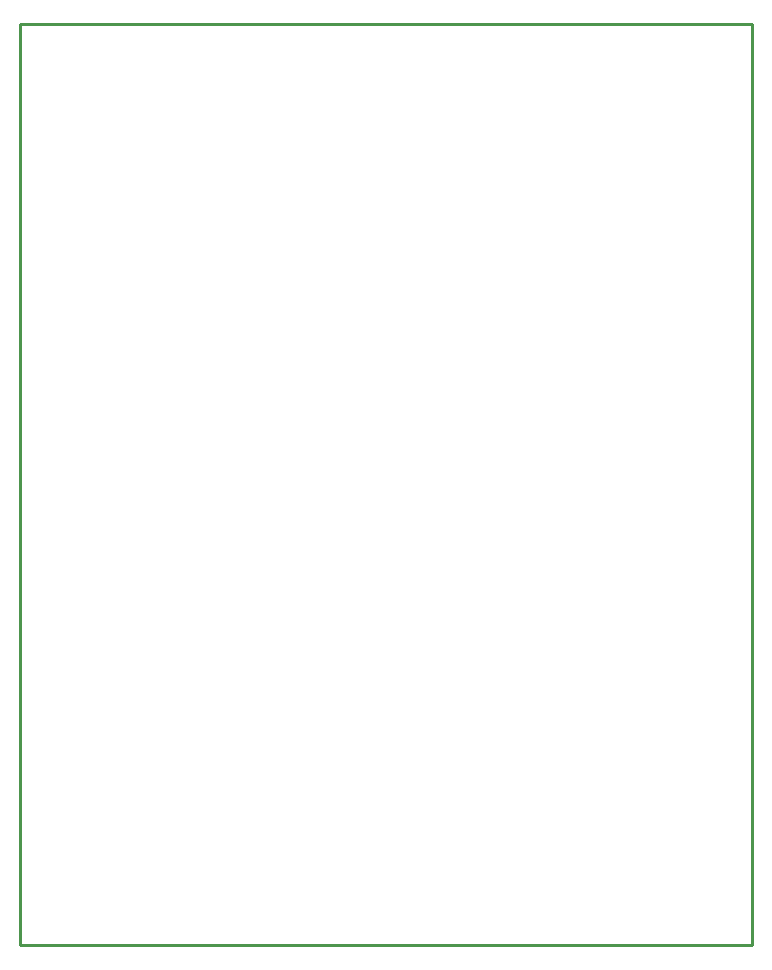
<source format=gko>
%FSAX44Y44*%
%MOMM*%
G71*
G01*
G75*
G04 Layer_Color=16711935*
%ADD10C,0.2540*%
%ADD11C,1.0000*%
%ADD12R,1.5000X1.5000*%
%ADD13C,1.2000*%
%ADD14C,1.5240*%
%ADD15R,1.5240X1.5240*%
%ADD16R,1.2000X1.2000*%
%ADD17C,1.5000*%
%ADD18P,1.6236X8X112.5*%
%ADD19R,1.5000X1.5000*%
%ADD20C,1.5000*%
%ADD21P,1.5154X8X22.5*%
%ADD22C,1.4000*%
%ADD23C,3.5000*%
%ADD24C,2.5000*%
%ADD25R,2.5000X2.5000*%
%ADD26R,1.2000X1.2000*%
%ADD27R,1.5000X1.5000*%
%ADD28R,1.5240X1.5240*%
%ADD29C,3.1750*%
%ADD30C,1.2700*%
%ADD31C,0.2500*%
%ADD32C,0.2000*%
%ADD33C,0.6000*%
%ADD34R,0.3048X0.0254*%
%ADD35R,0.4318X0.0254*%
%ADD36R,0.6350X0.0254*%
%ADD37R,0.8382X0.0254*%
%ADD38R,1.0668X0.0254*%
%ADD39R,1.1684X0.0254*%
%ADD40R,1.3716X0.0254*%
%ADD41R,1.5748X0.0254*%
%ADD42R,1.7780X0.0254*%
%ADD43R,1.9304X0.0254*%
%ADD44R,2.1590X0.0254*%
%ADD45R,2.3368X0.0254*%
%ADD46R,1.1176X0.0254*%
%ADD47R,1.1938X0.0254*%
%ADD48R,1.1430X0.0254*%
%ADD49R,1.2192X0.0254*%
%ADD50R,1.0922X0.0254*%
%ADD51R,0.9906X0.0254*%
%ADD52R,1.0414X0.0254*%
%ADD53R,0.9144X0.0254*%
%ADD54R,0.7874X0.0254*%
%ADD55R,0.8636X0.0254*%
%ADD56R,0.7366X0.0254*%
%ADD57R,0.6604X0.0254*%
%ADD58R,0.6096X0.0254*%
%ADD59R,0.7620X0.0254*%
%ADD60R,0.5588X0.0254*%
%ADD61R,0.8890X0.0254*%
%ADD62R,0.3556X0.0254*%
%ADD63R,0.9398X0.0254*%
%ADD64R,0.2794X0.0254*%
%ADD65R,0.9652X0.0254*%
%ADD66R,0.0762X0.0254*%
%ADD67R,0.2032X0.0254*%
%ADD68R,0.3302X0.0254*%
%ADD69R,0.4826X0.0254*%
%ADD70R,0.3810X0.0254*%
%ADD71R,0.6858X0.0254*%
%ADD72R,0.0508X0.0254*%
%ADD73R,0.5334X0.0254*%
%ADD74R,0.1778X0.0254*%
%ADD75R,0.8128X0.0254*%
%ADD76R,0.5842X0.0254*%
%ADD77R,0.2540X0.0254*%
%ADD78R,0.4572X0.0254*%
%ADD79R,1.0160X0.0254*%
%ADD80R,0.1524X0.0254*%
%ADD81R,1.8796X0.0254*%
%ADD82R,1.2700X0.0254*%
%ADD83R,0.4064X0.0254*%
%ADD84R,0.5080X0.0254*%
%ADD85R,1.8288X0.0254*%
%ADD86R,1.6510X0.0254*%
%ADD87R,1.5240X0.0254*%
%ADD88R,1.3462X0.0254*%
%ADD89R,0.1016X0.0254*%
%ADD90R,0.7112X0.0254*%
%ADD91R,1.4224X0.0254*%
%ADD92R,1.4986X0.0254*%
%ADD93R,1.6256X0.0254*%
%ADD94R,0.2286X0.0254*%
%ADD95R,0.1270X0.0254*%
%ADD96R,1.4732X0.0254*%
%ADD97R,1.3208X0.0254*%
%ADD98R,1.2446X0.0254*%
%ADD99R,1.9300X1.2040*%
%ADD100R,26.7970X0.2286*%
%ADD101R,5.5880X0.0254*%
%ADD102R,15.1384X0.0254*%
%ADD103R,5.6642X0.0254*%
%ADD104R,5.5118X0.0254*%
%ADD105R,14.9860X0.0254*%
%ADD106R,5.4356X0.0254*%
%ADD107R,14.8082X0.0254*%
%ADD108R,5.5626X0.0254*%
%ADD109R,5.3848X0.0254*%
%ADD110R,14.7574X0.0254*%
%ADD111R,5.3340X0.0254*%
%ADD112R,14.6812X0.0254*%
%ADD113R,5.5118X0.0508*%
%ADD114R,5.3086X0.0254*%
%ADD115R,14.6558X0.0254*%
%ADD116R,5.2578X0.0254*%
%ADD117R,14.6050X0.0254*%
%ADD118R,5.2324X0.0254*%
%ADD119R,14.5796X0.0254*%
%ADD120R,5.4864X0.0762*%
%ADD121R,14.5542X0.0254*%
%ADD122R,5.2070X0.0508*%
%ADD123R,14.5288X0.0254*%
%ADD124R,5.9436X0.0508*%
%ADD125R,6.1976X0.0254*%
%ADD126R,6.9850X0.0254*%
%ADD127R,2.0574X0.0254*%
%ADD128R,2.4638X0.0254*%
%ADD129R,2.2098X0.0254*%
%ADD130R,1.7526X0.0254*%
%ADD131R,2.0320X0.0254*%
%ADD132R,0.6604X0.0508*%
%ADD133R,0.6350X0.0508*%
%ADD134R,0.4572X0.0508*%
%ADD135R,1.7018X0.0254*%
%ADD136R,0.5334X0.0508*%
%ADD137R,0.4064X0.0508*%
%ADD138R,1.7780X0.0508*%
%ADD139R,0.0254X0.0254*%
%ADD140R,0.4826X0.0508*%
%ADD141R,1.7272X0.0508*%
%ADD142R,0.7112X0.0508*%
%ADD143R,1.6764X0.0254*%
%ADD144R,1.6002X0.0508*%
%ADD145R,0.7620X0.0508*%
%ADD146R,0.6858X0.0508*%
%ADD147R,0.9144X0.0508*%
%ADD148R,0.4318X0.0762*%
%ADD149R,0.9652X0.0508*%
%ADD150R,1.1176X0.0508*%
%ADD151R,1.8034X0.0762*%
%ADD152R,0.7366X0.0508*%
%ADD153R,0.2032X0.0508*%
%ADD154R,0.8890X0.0508*%
%ADD155R,0.6096X0.0508*%
%ADD156R,0.5080X0.0508*%
%ADD157R,1.8542X0.0254*%
%ADD158R,0.3556X0.0508*%
%ADD159R,1.5494X0.0254*%
%ADD160R,0.4318X0.0508*%
%ADD161R,0.9906X0.0762*%
%ADD162R,0.2286X0.0508*%
%ADD163R,0.1778X0.0508*%
%ADD164R,1.5240X0.0762*%
%ADD165R,0.6604X0.0762*%
%ADD166R,1.6002X0.0762*%
%ADD167R,1.9050X0.0254*%
%ADD168R,0.3810X0.0762*%
%ADD169R,0.8890X0.1270*%
%ADD170R,0.8128X0.0508*%
%ADD171R,0.2540X0.0508*%
%ADD172R,0.3810X0.0508*%
%ADD173R,0.3556X0.1016*%
%ADD174R,0.6350X0.1016*%
%ADD175R,0.8636X0.1016*%
%ADD176R,1.5748X0.0508*%
%ADD177R,1.0922X0.0762*%
%ADD178R,1.9558X0.0254*%
%ADD179R,1.3970X0.0254*%
%ADD180R,0.2794X0.0508*%
%ADD181R,1.4986X0.1016*%
%ADD182R,0.6096X0.1016*%
%ADD183R,2.0066X0.0254*%
%ADD184R,1.0922X0.1016*%
%ADD185R,0.5334X0.1016*%
%ADD186R,0.2032X0.1270*%
%ADD187R,1.0414X0.1270*%
%ADD188R,0.4064X0.1016*%
%ADD189R,0.5588X0.1270*%
%ADD190R,2.0828X0.0254*%
%ADD191R,0.8382X0.1270*%
%ADD192R,0.3556X0.0762*%
%ADD193R,1.0668X0.0508*%
%ADD194R,0.2794X0.1016*%
%ADD195R,1.4732X0.1016*%
%ADD196R,2.1082X0.0254*%
%ADD197R,0.4064X0.2286*%
%ADD198R,0.5842X0.1016*%
%ADD199R,0.3556X0.4318*%
%ADD200R,0.4318X0.1778*%
%ADD201R,0.5588X0.0508*%
%ADD202R,2.1336X0.0254*%
%ADD203R,0.6350X0.0762*%
%ADD204R,1.2954X0.0254*%
%ADD205R,0.4064X0.0762*%
%ADD206R,0.5080X0.1270*%
%ADD207R,0.3048X0.0508*%
%ADD208R,1.0922X0.0508*%
%ADD209R,0.2032X0.1016*%
%ADD210R,0.5842X0.0508*%
%ADD211R,1.4986X0.0762*%
%ADD212R,0.3302X0.0508*%
%ADD213R,0.3302X0.0762*%
%ADD214R,1.3208X0.0508*%
%ADD215R,0.2540X0.1016*%
%ADD216R,2.2352X0.0254*%
%ADD217R,0.5334X0.0762*%
%ADD218R,0.5842X0.1524*%
%ADD219R,0.6096X0.2032*%
%ADD220R,2.2606X0.0254*%
%ADD221R,0.6858X0.0762*%
%ADD222R,1.5494X0.2286*%
%ADD223R,2.2860X0.0254*%
%ADD224R,0.9398X0.0508*%
%ADD225R,0.4064X0.3048*%
%ADD226R,2.3114X0.0254*%
%ADD227R,2.0574X0.5842*%
%ADD228R,1.1430X0.1016*%
%ADD229R,0.8636X0.6350*%
%ADD230R,0.6604X0.6350*%
%ADD231R,0.1524X0.0508*%
%ADD232R,1.5748X0.0762*%
%ADD233R,1.6002X0.0254*%
%ADD234R,0.6096X0.0762*%
%ADD235R,2.4384X0.0254*%
%ADD236R,3.2258X0.0254*%
%ADD237R,1.1684X0.0508*%
%ADD238R,0.4064X0.1524*%
%ADD239R,5.3594X0.0254*%
%ADD240R,0.5588X0.1524*%
%ADD241R,8.0518X0.0508*%
%ADD242R,0.7112X0.1270*%
%ADD243R,1.1938X0.0508*%
%ADD244R,5.3340X0.0508*%
%ADD245R,0.5080X0.1778*%
%ADD246R,8.0772X0.0508*%
%ADD247R,0.1016X0.0762*%
%ADD248R,1.6510X0.0508*%
%ADD249R,8.1026X0.0254*%
%ADD250R,0.7366X0.0762*%
%ADD251R,8.1280X0.0254*%
%ADD252R,0.7112X0.1016*%
%ADD253R,0.0508X0.0508*%
%ADD254R,1.2192X0.0508*%
%ADD255R,1.7272X0.0254*%
%ADD256R,8.1534X0.0254*%
%ADD257R,3.2766X0.0254*%
%ADD258R,1.2446X0.0508*%
%ADD259R,3.3274X0.0254*%
%ADD260R,2.0320X0.0508*%
%ADD261R,3.3782X0.0254*%
%ADD262R,4.8514X0.0762*%
%ADD263R,3.4036X0.0254*%
%ADD264R,0.7112X0.9144*%
%ADD265R,26.7970X0.5588*%
%ADD266R,0.1016X0.0508*%
%ADD267R,0.3556X2.5654*%
%ADD268R,0.2032X2.5654*%
%ADD269R,0.1270X2.5654*%
%ADD270R,0.2794X2.5654*%
%ADD271R,0.1270X2.5146*%
%ADD272R,0.3810X2.5654*%
%ADD273R,0.2032X2.5146*%
%ADD274R,0.3810X2.5146*%
%ADD275R,0.4826X2.5908*%
%ADD276R,0.1270X2.5908*%
%ADD277R,0.1016X2.5908*%
%ADD278R,0.2794X2.5908*%
%ADD279R,0.2540X2.5908*%
%ADD280R,0.2032X2.5908*%
%ADD281R,0.1778X2.5908*%
%ADD282R,0.2286X2.5908*%
%ADD283R,0.3556X2.5908*%
%ADD284R,0.3810X2.5908*%
%ADD285R,26.7970X0.5080*%
%ADD286R,5.7404X0.0254*%
%ADD287R,5.8420X0.0254*%
%ADD288R,5.9436X0.0254*%
%ADD289R,6.0198X0.0254*%
%ADD290R,6.1214X0.0254*%
%ADD291R,6.1722X0.0254*%
%ADD292R,6.2484X0.0254*%
%ADD293R,6.2992X0.0254*%
%ADD294R,6.3754X0.0254*%
%ADD295R,6.4262X0.0254*%
%ADD296R,6.4770X0.0254*%
%ADD297R,6.5024X0.0254*%
%ADD298R,6.5532X0.0254*%
%ADD299R,6.6040X0.0254*%
%ADD300R,6.6548X0.0254*%
%ADD301R,6.6802X0.0254*%
%ADD302R,6.7056X0.0254*%
%ADD303R,6.7564X0.0254*%
%ADD304R,6.7818X0.0254*%
%ADD305R,6.8072X0.0254*%
%ADD306R,6.8326X0.0254*%
%ADD307R,3.3528X0.0254*%
%ADD308R,3.2004X0.0254*%
%ADD309R,3.3020X0.0254*%
%ADD310R,3.1750X0.0254*%
%ADD311R,3.1496X0.0254*%
%ADD312R,3.2766X0.0508*%
%ADD313R,3.1242X0.0254*%
%ADD314R,3.2512X0.0508*%
%ADD315R,3.0988X0.0254*%
%ADD316R,3.0734X0.0254*%
%ADD317R,3.0480X0.0254*%
%ADD318R,0.3810X0.1016*%
%ADD319R,1.4478X0.0254*%
%ADD320R,3.0226X0.0254*%
%ADD321R,2.9972X0.0254*%
%ADD322R,1.3970X0.0508*%
%ADD323R,2.9464X0.0254*%
%ADD324R,0.3810X0.4826*%
%ADD325R,2.9210X0.0254*%
%ADD326R,2.8702X0.0254*%
%ADD327R,2.9718X0.0254*%
%ADD328R,2.8194X0.0254*%
%ADD329R,2.7178X0.0254*%
%ADD330R,1.1684X0.2794*%
%ADD331R,1.0160X0.1524*%
%ADD332R,0.3556X0.8382*%
%ADD333R,0.4318X0.1016*%
%ADD334R,0.4572X0.0762*%
%ADD335R,0.8636X0.0508*%
%ADD336R,0.4318X0.2286*%
%ADD337R,1.1938X0.1778*%
%ADD338R,1.1430X1.9558*%
%ADD339R,1.1430X2.0066*%
%ADD340R,0.3302X0.1270*%
%ADD341R,0.3810X0.2286*%
%ADD342R,1.1684X0.2540*%
%ADD343R,1.1430X0.0508*%
%ADD344R,1.1938X0.1524*%
%ADD345R,0.3810X0.3810*%
%ADD346R,0.3810X0.1270*%
%ADD347R,1.4224X0.0508*%
%ADD348R,1.2192X0.0762*%
%ADD349R,1.1938X0.0762*%
%ADD350R,1.1684X0.0762*%
%ADD351R,1.5240X0.1016*%
%ADD352R,1.2192X0.1016*%
%ADD353R,1.2446X0.1270*%
%ADD354R,1.5494X0.0508*%
%ADD355R,0.7874X0.0508*%
%ADD356R,0.4064X0.4064*%
%ADD357R,0.3810X0.5080*%
%ADD358R,0.3556X0.1524*%
%ADD359R,0.3810X0.5334*%
%ADD360R,0.3556X0.2286*%
%ADD361R,0.4318X0.1270*%
%ADD362R,1.0414X0.0762*%
%ADD363R,1.2446X0.1016*%
%ADD364R,1.0160X0.1016*%
%ADD365R,0.9906X0.0508*%
%ADD366R,7.0612X2.6416*%
%ADD367R,0.3810X0.6858*%
%ADD368R,2.1844X0.0254*%
%ADD369R,0.3810X0.8636*%
%ADD370R,1.9812X0.0254*%
%ADD371R,1.9304X0.0508*%
%ADD372R,1.8796X0.0508*%
%ADD373R,1.8034X0.0254*%
%ADD374R,1.8288X0.0508*%
%ADD375R,0.4318X0.3302*%
%ADD376R,0.4318X0.2032*%
%ADD377R,0.4064X0.2032*%
%ADD378R,0.4318X0.7366*%
%ADD379R,0.4064X0.7874*%
%ADD380R,1.3716X0.1524*%
%ADD381R,1.4478X0.0508*%
%ADD382R,1.3462X0.2032*%
%ADD383R,1.3208X0.1016*%
%ADD384R,1.2954X0.1016*%
%ADD385R,1.2700X0.0508*%
%ADD386R,1.0414X0.0508*%
%ADD387R,1.7032X1.7032*%
%ADD388C,1.4032*%
%ADD389C,1.7272*%
%ADD390R,1.7272X1.7272*%
%ADD391R,1.4032X1.4032*%
%ADD392C,1.7032*%
%ADD393P,1.8435X8X112.5*%
%ADD394R,1.7032X1.7032*%
%ADD395C,1.7032*%
%ADD396P,1.7353X8X22.5*%
%ADD397C,1.6032*%
%ADD398C,3.7032*%
%ADD399C,2.7032*%
%ADD400R,2.7032X2.7032*%
%ADD401R,1.4032X1.4032*%
%ADD402R,1.7032X1.7032*%
%ADD403R,1.7272X1.7272*%
%ADD404C,3.3782*%
%ADD405C,1.4732*%
G54D10*
X00990000Y00790000D02*
X01610000D01*
Y01570000D01*
X00990000D01*
Y00790000D01*
M02*

</source>
